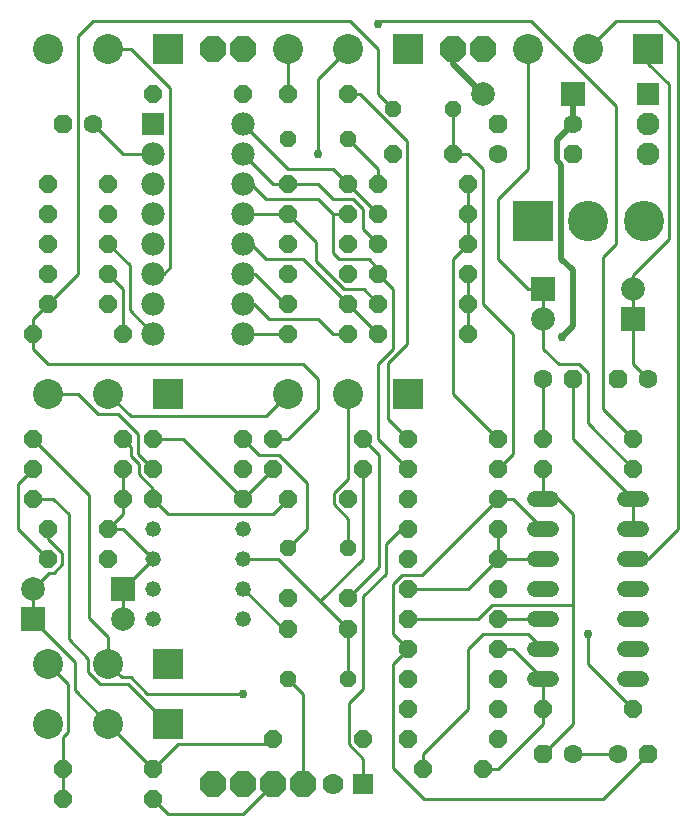
<source format=gbr>
G04 EAGLE Gerber RS-274X export*
G75*
%MOMM*%
%FSLAX34Y34*%
%LPD*%
%INTop Copper*%
%IPPOS*%
%AMOC8*
5,1,8,0,0,1.08239X$1,22.5*%
G01*
%ADD10P,2.336880X8X22.500000*%
%ADD11P,1.649562X8X202.500000*%
%ADD12P,1.649562X8X22.500000*%
%ADD13P,1.429621X8X22.500000*%
%ADD14P,1.732040X8X22.500000*%
%ADD15C,1.600200*%
%ADD16P,1.732040X8X202.500000*%
%ADD17P,1.429621X8X202.500000*%
%ADD18P,1.732040X8X292.500000*%
%ADD19P,1.732040X8X112.500000*%
%ADD20C,2.000000*%
%ADD21R,2.000000X2.000000*%
%ADD22C,1.778000*%
%ADD23R,1.778000X1.778000*%
%ADD24R,2.540000X2.540000*%
%ADD25C,2.540000*%
%ADD26C,1.320800*%
%ADD27R,1.981200X1.981200*%
%ADD28C,1.981200*%
%ADD29R,1.930400X1.930400*%
%ADD30C,1.930400*%
%ADD31R,3.416000X3.416000*%
%ADD32C,3.416000*%
%ADD33C,1.320800*%
%ADD34C,0.254000*%
%ADD35C,0.508000*%
%ADD36C,0.756400*%


D10*
X381000Y635000D03*
D11*
X88900Y203200D03*
X38100Y203200D03*
X406400Y25400D03*
X355600Y25400D03*
X292100Y469900D03*
X241300Y469900D03*
D12*
X241300Y520700D03*
X292100Y520700D03*
X241300Y495300D03*
X292100Y495300D03*
X241300Y419100D03*
X292100Y419100D03*
X241300Y393700D03*
X292100Y393700D03*
D13*
X241300Y558800D03*
X292100Y558800D03*
D12*
X241300Y444500D03*
X292100Y444500D03*
D14*
X546100Y38100D03*
D15*
X520700Y38100D03*
D16*
X457200Y38100D03*
D15*
X482600Y38100D03*
D11*
X88900Y228600D03*
X38100Y228600D03*
D12*
X241300Y596900D03*
X292100Y596900D03*
X330200Y546100D03*
X381000Y546100D03*
D13*
X330200Y584200D03*
X381000Y584200D03*
D12*
X241300Y170180D03*
X292100Y170180D03*
X38100Y419100D03*
X88900Y419100D03*
D11*
X88900Y444500D03*
X38100Y444500D03*
D14*
X482600Y355600D03*
D15*
X457200Y355600D03*
D17*
X292100Y212090D03*
X241300Y212090D03*
D11*
X292100Y143510D03*
X241300Y143510D03*
D13*
X241300Y101600D03*
X292100Y101600D03*
D18*
X482600Y546100D03*
D15*
X482600Y571500D03*
D16*
X520700Y355600D03*
D15*
X546100Y355600D03*
D12*
X38100Y520700D03*
X88900Y520700D03*
D16*
X50800Y571500D03*
D15*
X76200Y571500D03*
D19*
X419100Y571500D03*
D15*
X419100Y546100D03*
D12*
X38100Y495300D03*
X88900Y495300D03*
X38100Y469900D03*
X88900Y469900D03*
D20*
X406400Y596900D03*
D21*
X482600Y596900D03*
D22*
X279400Y12700D03*
D23*
X304800Y12700D03*
D20*
X25400Y177800D03*
D21*
X101600Y177800D03*
D20*
X101600Y152400D03*
D21*
X25400Y152400D03*
D20*
X533400Y431800D03*
D21*
X457200Y431800D03*
D20*
X457200Y406400D03*
D21*
X533400Y406400D03*
D24*
X546100Y635000D03*
D25*
X495300Y635000D03*
X444500Y635000D03*
D24*
X342900Y635000D03*
D25*
X292100Y635000D03*
X241300Y635000D03*
D10*
X177800Y635000D03*
X203200Y635000D03*
X406400Y635000D03*
D26*
X127000Y228600D03*
X127000Y203200D03*
X203200Y203200D03*
X203200Y228600D03*
X127000Y177800D03*
X127000Y152400D03*
X203200Y177800D03*
X203200Y152400D03*
D27*
X127000Y571500D03*
D28*
X127000Y546100D03*
X127000Y520700D03*
X127000Y495300D03*
X127000Y469900D03*
X127000Y444500D03*
X127000Y419100D03*
X127000Y393700D03*
X203200Y393700D03*
X203200Y419100D03*
X203200Y444500D03*
X203200Y469900D03*
X203200Y495300D03*
X203200Y520700D03*
X203200Y546100D03*
X203200Y571500D03*
D10*
X177800Y12700D03*
X203200Y12700D03*
D24*
X342900Y342900D03*
D25*
X292100Y342900D03*
X241300Y342900D03*
D10*
X254000Y12700D03*
D11*
X419100Y76200D03*
X342900Y76200D03*
X533400Y76200D03*
X457200Y76200D03*
X419100Y127000D03*
X342900Y127000D03*
D12*
X317500Y495300D03*
X393700Y495300D03*
X317500Y469900D03*
X393700Y469900D03*
X317500Y444500D03*
X393700Y444500D03*
X317500Y419100D03*
X393700Y419100D03*
X317500Y393700D03*
X393700Y393700D03*
X342900Y254000D03*
X419100Y254000D03*
X317500Y520700D03*
X393700Y520700D03*
X127000Y254000D03*
X203200Y254000D03*
D11*
X101600Y279400D03*
X25400Y279400D03*
D12*
X342900Y304800D03*
X419100Y304800D03*
X342900Y279400D03*
X419100Y279400D03*
D11*
X304800Y304800D03*
X228600Y304800D03*
D12*
X457200Y279400D03*
X533400Y279400D03*
X25400Y393700D03*
X101600Y393700D03*
D11*
X203200Y279400D03*
X127000Y279400D03*
D12*
X457200Y304800D03*
X533400Y304800D03*
X127000Y304800D03*
X203200Y304800D03*
X228600Y279400D03*
X304800Y279400D03*
D11*
X419100Y101600D03*
X342900Y101600D03*
X419100Y50800D03*
X342900Y50800D03*
D12*
X25400Y254000D03*
X101600Y254000D03*
X342900Y228600D03*
X419100Y228600D03*
D11*
X419100Y203200D03*
X342900Y203200D03*
D12*
X127000Y596900D03*
X203200Y596900D03*
X342900Y177800D03*
X419100Y177800D03*
D11*
X419100Y152400D03*
X342900Y152400D03*
D29*
X546100Y596900D03*
D30*
X546100Y571500D03*
X546100Y546100D03*
D31*
X448310Y488950D03*
D32*
X495300Y488950D03*
X542290Y488950D03*
D10*
X228600Y12700D03*
D24*
X139700Y635000D03*
D25*
X88900Y635000D03*
X38100Y635000D03*
D24*
X139700Y342900D03*
D25*
X88900Y342900D03*
X38100Y342900D03*
D33*
X450596Y254000D02*
X463804Y254000D01*
X463804Y228600D02*
X450596Y228600D01*
X450596Y101600D02*
X463804Y101600D01*
X526796Y101600D02*
X540004Y101600D01*
X463804Y203200D02*
X450596Y203200D01*
X450596Y177800D02*
X463804Y177800D01*
X463804Y127000D02*
X450596Y127000D01*
X450596Y152400D02*
X463804Y152400D01*
X526796Y127000D02*
X540004Y127000D01*
X540004Y152400D02*
X526796Y152400D01*
X526796Y177800D02*
X540004Y177800D01*
X540004Y203200D02*
X526796Y203200D01*
X526796Y228600D02*
X540004Y228600D01*
X540004Y254000D02*
X526796Y254000D01*
D11*
X101600Y304800D03*
X25400Y304800D03*
X292100Y254000D03*
X241300Y254000D03*
D24*
X139700Y63500D03*
D25*
X88900Y63500D03*
X38100Y63500D03*
D24*
X139700Y114300D03*
D25*
X88900Y114300D03*
X38100Y114300D03*
D12*
X50800Y0D03*
X127000Y0D03*
X228600Y50800D03*
X304800Y50800D03*
D11*
X127000Y25400D03*
X50800Y25400D03*
D34*
X127000Y0D02*
X139700Y-12700D01*
X203200Y-12700D01*
X228600Y12700D01*
X38100Y203200D02*
X12700Y228600D01*
X12700Y266700D01*
X25400Y279400D01*
X101600Y279400D02*
X101600Y254000D01*
X101600Y241300D01*
X88900Y228600D01*
X101600Y228600D01*
X127000Y203200D01*
X101600Y177800D02*
X101600Y152400D01*
X101600Y177800D02*
X127000Y203200D01*
X419100Y203200D02*
X457200Y203200D01*
X546100Y622311D02*
X546100Y635000D01*
X563688Y473737D02*
X533400Y443449D01*
X563688Y604723D02*
X546100Y622311D01*
X563688Y604723D02*
X563688Y473737D01*
X533400Y443449D02*
X533400Y431800D01*
X533400Y406400D01*
X533400Y368300D02*
X546100Y355600D01*
X533400Y368300D02*
X533400Y406400D01*
X419100Y228600D02*
X419100Y203200D01*
X393700Y177800D02*
X342900Y177800D01*
X393700Y177800D02*
X419100Y203200D01*
X323850Y190500D02*
X304800Y171450D01*
D35*
X482600Y571500D02*
X482600Y596900D01*
D34*
X304800Y171450D02*
X304800Y93083D01*
X304800Y33917D02*
X304800Y12700D01*
X304800Y33917D02*
X292862Y45855D01*
X292862Y81145D02*
X304800Y93083D01*
X292862Y81145D02*
X292862Y45855D01*
D36*
X472991Y390609D03*
D35*
X472632Y457200D02*
X472632Y536850D01*
X469011Y540471D01*
X469011Y557911D02*
X482600Y571500D01*
X469011Y557911D02*
X469011Y540471D01*
D34*
X342900Y228600D02*
X336550Y228600D01*
X323850Y215900D01*
X323850Y190500D01*
D35*
X472991Y390609D02*
X482600Y400218D01*
X482600Y447232D02*
X472632Y457200D01*
X482600Y447232D02*
X482600Y400218D01*
D34*
X25400Y177800D02*
X25400Y152400D01*
X43045Y191262D02*
X50038Y198255D01*
X50038Y208145D01*
X43045Y191262D02*
X38862Y191262D01*
X38100Y220083D02*
X38100Y228600D01*
X38862Y191262D02*
X25400Y177800D01*
X50038Y208145D02*
X38100Y220083D01*
X60706Y91694D02*
X88900Y63500D01*
X25400Y151067D02*
X25400Y152400D01*
X60706Y115761D02*
X60706Y91694D01*
X60706Y115761D02*
X25400Y151067D01*
X88900Y63500D02*
X127000Y25400D01*
X148082Y46482D01*
X224282Y46482D01*
X228600Y50800D01*
X107188Y451612D02*
X88900Y469900D01*
X107188Y413512D02*
X127000Y393700D01*
X107188Y413512D02*
X107188Y451612D01*
X317500Y655858D02*
X320012Y658370D01*
D36*
X317500Y655858D03*
D34*
X508000Y330200D02*
X533400Y304800D01*
X508000Y458689D02*
X519238Y469927D01*
X519238Y586369D02*
X447237Y658370D01*
X320012Y658370D01*
X508000Y458689D02*
X508000Y330200D01*
X519238Y469927D02*
X519238Y586369D01*
X101600Y546100D02*
X76200Y571500D01*
X101600Y546100D02*
X127000Y546100D01*
X108193Y635000D02*
X88900Y635000D01*
X141224Y601969D02*
X141224Y449834D01*
X135890Y444500D01*
X127000Y444500D01*
X141224Y601969D02*
X108193Y635000D01*
X292100Y558800D02*
X317500Y533400D01*
X317500Y520700D01*
X292100Y520700D02*
X279400Y533400D01*
X241300Y533400D01*
X203200Y571500D01*
X292100Y520700D02*
X317500Y495300D01*
X241300Y520700D02*
X228600Y520700D01*
X203200Y546100D01*
X304800Y482600D02*
X317500Y469900D01*
X304800Y499483D02*
X296283Y508000D01*
X304800Y499483D02*
X304800Y482600D01*
X296283Y508000D02*
X279400Y508000D01*
X266700Y520700D01*
X241300Y520700D01*
X393700Y495300D02*
X393700Y469900D01*
X393700Y495300D02*
X393700Y520700D01*
X393700Y469900D02*
X381000Y457200D01*
X381000Y381000D01*
X381000Y342900D02*
X419100Y304800D01*
X381000Y342900D02*
X381000Y381000D01*
X292100Y495300D02*
X279400Y495300D01*
X266700Y508000D01*
X222250Y508000D02*
X209550Y520700D01*
X203200Y520700D01*
X222250Y508000D02*
X266700Y508000D01*
X279400Y461907D02*
X284615Y456692D01*
X279400Y461907D02*
X279400Y495300D01*
X317500Y448683D02*
X317500Y444500D01*
X317500Y448683D02*
X309491Y456692D01*
X284615Y456692D01*
X317500Y444500D02*
X330200Y431800D01*
X330200Y381000D01*
X317500Y304800D02*
X342900Y279400D01*
X317500Y368300D02*
X330200Y381000D01*
X317500Y368300D02*
X317500Y304800D01*
X241300Y495300D02*
X203200Y495300D01*
X288425Y431292D02*
X305308Y431292D01*
X288425Y431292D02*
X264922Y454795D01*
X305308Y431292D02*
X317500Y419100D01*
X264922Y471678D02*
X241300Y495300D01*
X264922Y471678D02*
X264922Y454795D01*
X393700Y444500D02*
X393700Y419100D01*
X393700Y393700D01*
X292100Y419100D02*
X254000Y457200D01*
X222250Y457200D02*
X209550Y469900D01*
X203200Y469900D01*
X222250Y457200D02*
X254000Y457200D01*
X292100Y419100D02*
X317500Y393700D01*
X241300Y419100D02*
X238760Y419100D01*
X213360Y444500D01*
X203200Y444500D01*
X203200Y393700D02*
X241300Y393700D01*
X279400Y393700D02*
X292100Y393700D01*
X279400Y393700D02*
X266700Y406400D01*
X224790Y406400D02*
X212090Y419100D01*
X203200Y419100D01*
X224790Y406400D02*
X266700Y406400D01*
X381000Y546100D02*
X381000Y584200D01*
X381000Y546100D02*
X393700Y546100D01*
X406400Y533400D01*
X406400Y419100D01*
X431800Y292100D02*
X419100Y279400D01*
X431800Y393700D02*
X406400Y419100D01*
X431800Y393700D02*
X431800Y292100D01*
X25400Y393700D02*
X25400Y406400D01*
X38100Y419100D01*
X317500Y596900D02*
X330200Y584200D01*
X317500Y596900D02*
X317500Y635000D01*
X294130Y658370D01*
X76200Y658370D02*
X63500Y645670D01*
X63500Y444500D02*
X38100Y419100D01*
X76200Y658370D02*
X294130Y658370D01*
X63500Y645670D02*
X63500Y444500D01*
X25400Y393700D02*
X25400Y381000D01*
X38100Y368300D01*
X254000Y368300D02*
X266700Y355600D01*
X266700Y330200D01*
X241300Y304800D02*
X228600Y304800D01*
X254000Y368300D02*
X38100Y368300D01*
X241300Y304800D02*
X266700Y330200D01*
X304800Y304800D02*
X304800Y304186D01*
X318008Y290978D01*
X318008Y196088D02*
X292100Y170180D01*
X318008Y196088D02*
X318008Y290978D01*
X266700Y609600D02*
X292100Y635000D01*
X266700Y609600D02*
X266700Y546100D01*
D36*
X266700Y546100D03*
D34*
X292100Y596900D02*
X302054Y596900D01*
X325882Y368779D02*
X325882Y330200D01*
X325882Y368779D02*
X342138Y385035D01*
X342138Y556816D01*
X302054Y596900D01*
X325882Y321818D02*
X342900Y304800D01*
X325882Y321818D02*
X325882Y330200D01*
X241300Y596900D02*
X241300Y635000D01*
X257302Y228092D02*
X241300Y212090D01*
X233545Y291338D02*
X216662Y291338D01*
X233545Y291338D02*
X257302Y267581D01*
X216662Y291338D02*
X203200Y304800D01*
X257302Y267581D02*
X257302Y228092D01*
X280162Y249055D02*
X280162Y258945D01*
X292100Y237117D02*
X292100Y212090D01*
X292100Y270883D02*
X292100Y342900D01*
X280162Y249055D02*
X292100Y237117D01*
X280162Y258945D02*
X292100Y270883D01*
X203200Y177800D02*
X237490Y143510D01*
X241300Y143510D01*
X152400Y304800D02*
X127000Y304800D01*
X152400Y304800D02*
X203200Y254000D01*
X228600Y279400D01*
X292100Y143510D02*
X292100Y101600D01*
X292100Y143510D02*
X268605Y167005D01*
X232410Y203200D01*
X203200Y203200D01*
X304800Y203200D02*
X304800Y279400D01*
X304800Y203200D02*
X268605Y167005D01*
X241300Y101600D02*
X254000Y88900D01*
X254000Y12700D01*
D35*
X406400Y596900D02*
X381000Y622300D01*
X381000Y635000D01*
D34*
X355600Y38100D02*
X355600Y25400D01*
X355600Y38100D02*
X393700Y76200D01*
X393700Y127000D01*
X406400Y139700D01*
X444500Y139700D01*
X457200Y127000D01*
X457200Y101600D02*
X457200Y76200D01*
X419100Y25400D02*
X406400Y25400D01*
X419100Y25400D02*
X457200Y63500D01*
X457200Y76200D01*
X457200Y101600D02*
X431800Y127000D01*
X419100Y127000D01*
X495300Y114300D02*
X533400Y76200D01*
X495300Y114300D02*
X495300Y139700D01*
D36*
X495300Y139700D03*
D34*
X457200Y152400D02*
X419100Y152400D01*
X482600Y241300D02*
X469900Y254000D01*
X457200Y254000D01*
X482600Y63500D02*
X457200Y38100D01*
X482600Y165100D02*
X482600Y241300D01*
X482600Y165100D02*
X482600Y63500D01*
X457200Y254000D02*
X457200Y279400D01*
X402217Y152400D02*
X342900Y152400D01*
X402217Y152400D02*
X414155Y164338D01*
X481838Y164338D02*
X482600Y165100D01*
X481838Y164338D02*
X414155Y164338D01*
X457200Y228600D02*
X431800Y254000D01*
X419100Y254000D01*
X546100Y38100D02*
X508000Y0D01*
X356214Y0D02*
X330200Y26014D01*
X356214Y0D02*
X508000Y0D01*
X342900Y127000D02*
X330200Y139700D01*
X342900Y127000D02*
X330200Y114300D01*
X330200Y26014D01*
X337955Y189738D02*
X354838Y189738D01*
X337955Y189738D02*
X330200Y181983D01*
X330200Y139700D01*
X354838Y189738D02*
X419100Y254000D01*
X482600Y38100D02*
X520700Y38100D01*
X419100Y508000D02*
X444500Y533400D01*
X419100Y508000D02*
X419100Y457200D01*
X444500Y533400D02*
X444500Y635000D01*
X419100Y457200D02*
X444500Y431800D01*
X487703Y367919D02*
X494919Y360703D01*
X494919Y317881D02*
X533400Y279400D01*
X494919Y317881D02*
X494919Y360703D01*
X470281Y367919D02*
X457200Y381000D01*
X470281Y367919D02*
X487703Y367919D01*
X457200Y431800D02*
X444500Y431800D01*
X457200Y431800D02*
X457200Y406400D01*
X457200Y381000D01*
X101600Y431800D02*
X88900Y444500D01*
X101600Y431800D02*
X101600Y393700D01*
X63500Y342900D02*
X38100Y342900D01*
X114300Y292100D02*
X127000Y279400D01*
X114300Y308983D02*
X97401Y325882D01*
X80518Y325882D01*
X114300Y308983D02*
X114300Y292100D01*
X80518Y325882D02*
X63500Y342900D01*
X88900Y342900D02*
X107950Y323850D01*
X222250Y323850D01*
X241300Y342900D01*
X457200Y355600D02*
X457200Y304800D01*
X533400Y254000D02*
X533400Y228600D01*
X533400Y254000D02*
X482600Y304800D01*
X482600Y355600D01*
X571500Y641107D02*
X554237Y658370D01*
X518670Y658370D02*
X495300Y635000D01*
X518670Y658370D02*
X554237Y658370D01*
X546100Y203200D02*
X533400Y203200D01*
X546100Y203200D02*
X571500Y228600D01*
X571500Y641107D01*
X71882Y107251D02*
X81851Y97282D01*
X105918Y97282D02*
X139700Y63500D01*
X105918Y97282D02*
X81851Y97282D01*
X71882Y107251D02*
X71882Y118618D01*
X55626Y134874D01*
X55626Y240657D01*
X42283Y254000D01*
X25400Y254000D01*
X101600Y304800D02*
X108712Y297688D01*
X108712Y289785D01*
X115062Y283435D02*
X115062Y274455D01*
X115062Y283435D02*
X108712Y289785D01*
X127000Y262517D02*
X127000Y254000D01*
X127000Y262517D02*
X115062Y274455D01*
X127000Y254000D02*
X139700Y241300D01*
X228600Y241300D01*
X241300Y254000D01*
X88900Y136949D02*
X88900Y114300D01*
X73152Y257048D02*
X25400Y304800D01*
X73152Y152697D02*
X88900Y136949D01*
X73152Y152697D02*
X73152Y257048D01*
D36*
X203200Y88900D03*
D34*
X122203Y88900D01*
X108233Y102870D01*
X100330Y102870D02*
X88900Y114300D01*
X100330Y102870D02*
X108233Y102870D01*
X55118Y56451D02*
X50800Y52133D01*
X55118Y97282D02*
X38100Y114300D01*
X55118Y97282D02*
X55118Y56451D01*
X50800Y25400D02*
X50800Y0D01*
X50800Y25400D02*
X50800Y52133D01*
M02*

</source>
